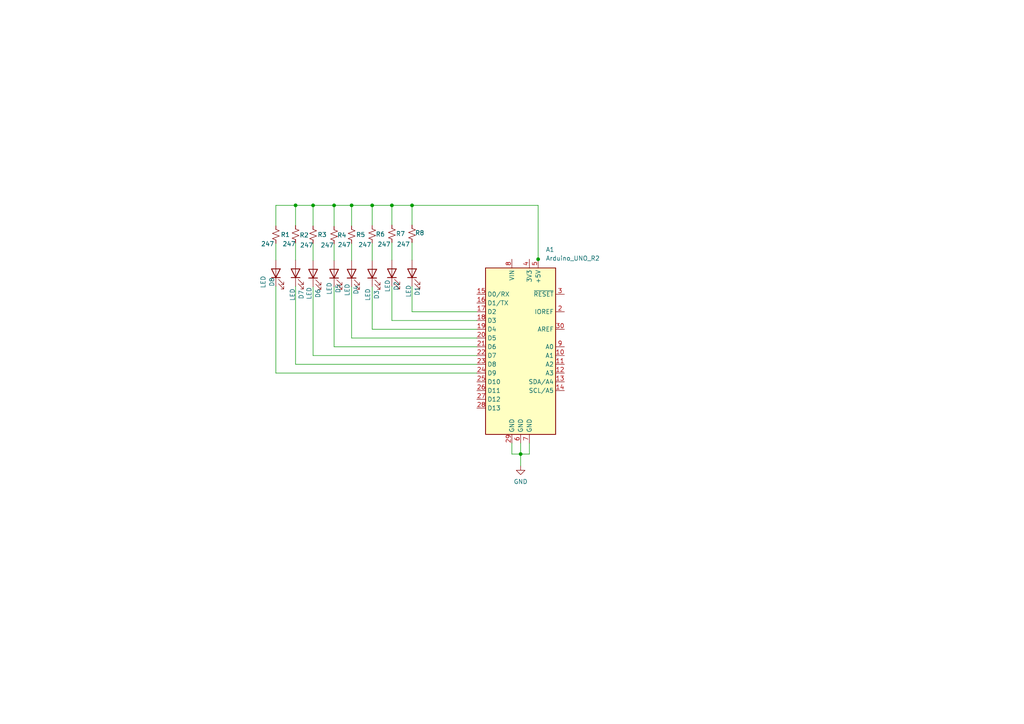
<source format=kicad_sch>
(kicad_sch (version 20230121) (generator eeschema)

  (uuid f5083416-73bc-4fad-bb2a-583d9f5437d9)

  (paper "A4")

  (title_block
    (title "ARDUINO UNO SHIELD")
    (date "2024-01-20")
    (rev "1")
    (company "Vietnam National University")
    (comment 1 "HO CHI MINH City University of Technology")
  )

  (lib_symbols
    (symbol "Device:LED" (pin_numbers hide) (pin_names (offset 1.016) hide) (in_bom yes) (on_board yes)
      (property "Reference" "D" (at 0 2.54 0)
        (effects (font (size 1.27 1.27)))
      )
      (property "Value" "LED" (at 0 -2.54 0)
        (effects (font (size 1.27 1.27)))
      )
      (property "Footprint" "" (at 0 0 0)
        (effects (font (size 1.27 1.27)) hide)
      )
      (property "Datasheet" "~" (at 0 0 0)
        (effects (font (size 1.27 1.27)) hide)
      )
      (property "ki_keywords" "LED diode" (at 0 0 0)
        (effects (font (size 1.27 1.27)) hide)
      )
      (property "ki_description" "Light emitting diode" (at 0 0 0)
        (effects (font (size 1.27 1.27)) hide)
      )
      (property "ki_fp_filters" "LED* LED_SMD:* LED_THT:*" (at 0 0 0)
        (effects (font (size 1.27 1.27)) hide)
      )
      (symbol "LED_0_1"
        (polyline
          (pts
            (xy -1.27 -1.27)
            (xy -1.27 1.27)
          )
          (stroke (width 0.254) (type default))
          (fill (type none))
        )
        (polyline
          (pts
            (xy -1.27 0)
            (xy 1.27 0)
          )
          (stroke (width 0) (type default))
          (fill (type none))
        )
        (polyline
          (pts
            (xy 1.27 -1.27)
            (xy 1.27 1.27)
            (xy -1.27 0)
            (xy 1.27 -1.27)
          )
          (stroke (width 0.254) (type default))
          (fill (type none))
        )
        (polyline
          (pts
            (xy -3.048 -0.762)
            (xy -4.572 -2.286)
            (xy -3.81 -2.286)
            (xy -4.572 -2.286)
            (xy -4.572 -1.524)
          )
          (stroke (width 0) (type default))
          (fill (type none))
        )
        (polyline
          (pts
            (xy -1.778 -0.762)
            (xy -3.302 -2.286)
            (xy -2.54 -2.286)
            (xy -3.302 -2.286)
            (xy -3.302 -1.524)
          )
          (stroke (width 0) (type default))
          (fill (type none))
        )
      )
      (symbol "LED_1_1"
        (pin passive line (at -3.81 0 0) (length 2.54)
          (name "K" (effects (font (size 1.27 1.27))))
          (number "1" (effects (font (size 1.27 1.27))))
        )
        (pin passive line (at 3.81 0 180) (length 2.54)
          (name "A" (effects (font (size 1.27 1.27))))
          (number "2" (effects (font (size 1.27 1.27))))
        )
      )
    )
    (symbol "Device:R_Small_US" (pin_numbers hide) (pin_names (offset 0.254) hide) (in_bom yes) (on_board yes)
      (property "Reference" "R" (at 0.762 0.508 0)
        (effects (font (size 1.27 1.27)) (justify left))
      )
      (property "Value" "R_Small_US" (at 0.762 -1.016 0)
        (effects (font (size 1.27 1.27)) (justify left))
      )
      (property "Footprint" "" (at 0 0 0)
        (effects (font (size 1.27 1.27)) hide)
      )
      (property "Datasheet" "~" (at 0 0 0)
        (effects (font (size 1.27 1.27)) hide)
      )
      (property "ki_keywords" "r resistor" (at 0 0 0)
        (effects (font (size 1.27 1.27)) hide)
      )
      (property "ki_description" "Resistor, small US symbol" (at 0 0 0)
        (effects (font (size 1.27 1.27)) hide)
      )
      (property "ki_fp_filters" "R_*" (at 0 0 0)
        (effects (font (size 1.27 1.27)) hide)
      )
      (symbol "R_Small_US_1_1"
        (polyline
          (pts
            (xy 0 0)
            (xy 1.016 -0.381)
            (xy 0 -0.762)
            (xy -1.016 -1.143)
            (xy 0 -1.524)
          )
          (stroke (width 0) (type default))
          (fill (type none))
        )
        (polyline
          (pts
            (xy 0 1.524)
            (xy 1.016 1.143)
            (xy 0 0.762)
            (xy -1.016 0.381)
            (xy 0 0)
          )
          (stroke (width 0) (type default))
          (fill (type none))
        )
        (pin passive line (at 0 2.54 270) (length 1.016)
          (name "~" (effects (font (size 1.27 1.27))))
          (number "1" (effects (font (size 1.27 1.27))))
        )
        (pin passive line (at 0 -2.54 90) (length 1.016)
          (name "~" (effects (font (size 1.27 1.27))))
          (number "2" (effects (font (size 1.27 1.27))))
        )
      )
    )
    (symbol "MCU_Module:Arduino_UNO_R2" (in_bom yes) (on_board yes)
      (property "Reference" "A" (at -10.16 23.495 0)
        (effects (font (size 1.27 1.27)) (justify left bottom))
      )
      (property "Value" "Arduino_UNO_R2" (at 5.08 -26.67 0)
        (effects (font (size 1.27 1.27)) (justify left top))
      )
      (property "Footprint" "Module:Arduino_UNO_R2" (at 0 0 0)
        (effects (font (size 1.27 1.27) italic) hide)
      )
      (property "Datasheet" "https://www.arduino.cc/en/Main/arduinoBoardUno" (at 0 0 0)
        (effects (font (size 1.27 1.27)) hide)
      )
      (property "ki_keywords" "Arduino UNO R3 Microcontroller Module Atmel AVR USB" (at 0 0 0)
        (effects (font (size 1.27 1.27)) hide)
      )
      (property "ki_description" "Arduino UNO Microcontroller Module, release 2" (at 0 0 0)
        (effects (font (size 1.27 1.27)) hide)
      )
      (property "ki_fp_filters" "Arduino*UNO*R2*" (at 0 0 0)
        (effects (font (size 1.27 1.27)) hide)
      )
      (symbol "Arduino_UNO_R2_0_1"
        (rectangle (start -10.16 22.86) (end 10.16 -25.4)
          (stroke (width 0.254) (type default))
          (fill (type background))
        )
      )
      (symbol "Arduino_UNO_R2_1_1"
        (pin no_connect line (at -10.16 -20.32 0) (length 2.54) hide
          (name "NC" (effects (font (size 1.27 1.27))))
          (number "1" (effects (font (size 1.27 1.27))))
        )
        (pin bidirectional line (at 12.7 -2.54 180) (length 2.54)
          (name "A1" (effects (font (size 1.27 1.27))))
          (number "10" (effects (font (size 1.27 1.27))))
        )
        (pin bidirectional line (at 12.7 -5.08 180) (length 2.54)
          (name "A2" (effects (font (size 1.27 1.27))))
          (number "11" (effects (font (size 1.27 1.27))))
        )
        (pin bidirectional line (at 12.7 -7.62 180) (length 2.54)
          (name "A3" (effects (font (size 1.27 1.27))))
          (number "12" (effects (font (size 1.27 1.27))))
        )
        (pin bidirectional line (at 12.7 -10.16 180) (length 2.54)
          (name "SDA/A4" (effects (font (size 1.27 1.27))))
          (number "13" (effects (font (size 1.27 1.27))))
        )
        (pin bidirectional line (at 12.7 -12.7 180) (length 2.54)
          (name "SCL/A5" (effects (font (size 1.27 1.27))))
          (number "14" (effects (font (size 1.27 1.27))))
        )
        (pin bidirectional line (at -12.7 15.24 0) (length 2.54)
          (name "D0/RX" (effects (font (size 1.27 1.27))))
          (number "15" (effects (font (size 1.27 1.27))))
        )
        (pin bidirectional line (at -12.7 12.7 0) (length 2.54)
          (name "D1/TX" (effects (font (size 1.27 1.27))))
          (number "16" (effects (font (size 1.27 1.27))))
        )
        (pin bidirectional line (at -12.7 10.16 0) (length 2.54)
          (name "D2" (effects (font (size 1.27 1.27))))
          (number "17" (effects (font (size 1.27 1.27))))
        )
        (pin bidirectional line (at -12.7 7.62 0) (length 2.54)
          (name "D3" (effects (font (size 1.27 1.27))))
          (number "18" (effects (font (size 1.27 1.27))))
        )
        (pin bidirectional line (at -12.7 5.08 0) (length 2.54)
          (name "D4" (effects (font (size 1.27 1.27))))
          (number "19" (effects (font (size 1.27 1.27))))
        )
        (pin output line (at 12.7 10.16 180) (length 2.54)
          (name "IOREF" (effects (font (size 1.27 1.27))))
          (number "2" (effects (font (size 1.27 1.27))))
        )
        (pin bidirectional line (at -12.7 2.54 0) (length 2.54)
          (name "D5" (effects (font (size 1.27 1.27))))
          (number "20" (effects (font (size 1.27 1.27))))
        )
        (pin bidirectional line (at -12.7 0 0) (length 2.54)
          (name "D6" (effects (font (size 1.27 1.27))))
          (number "21" (effects (font (size 1.27 1.27))))
        )
        (pin bidirectional line (at -12.7 -2.54 0) (length 2.54)
          (name "D7" (effects (font (size 1.27 1.27))))
          (number "22" (effects (font (size 1.27 1.27))))
        )
        (pin bidirectional line (at -12.7 -5.08 0) (length 2.54)
          (name "D8" (effects (font (size 1.27 1.27))))
          (number "23" (effects (font (size 1.27 1.27))))
        )
        (pin bidirectional line (at -12.7 -7.62 0) (length 2.54)
          (name "D9" (effects (font (size 1.27 1.27))))
          (number "24" (effects (font (size 1.27 1.27))))
        )
        (pin bidirectional line (at -12.7 -10.16 0) (length 2.54)
          (name "D10" (effects (font (size 1.27 1.27))))
          (number "25" (effects (font (size 1.27 1.27))))
        )
        (pin bidirectional line (at -12.7 -12.7 0) (length 2.54)
          (name "D11" (effects (font (size 1.27 1.27))))
          (number "26" (effects (font (size 1.27 1.27))))
        )
        (pin bidirectional line (at -12.7 -15.24 0) (length 2.54)
          (name "D12" (effects (font (size 1.27 1.27))))
          (number "27" (effects (font (size 1.27 1.27))))
        )
        (pin bidirectional line (at -12.7 -17.78 0) (length 2.54)
          (name "D13" (effects (font (size 1.27 1.27))))
          (number "28" (effects (font (size 1.27 1.27))))
        )
        (pin power_in line (at -2.54 -27.94 90) (length 2.54)
          (name "GND" (effects (font (size 1.27 1.27))))
          (number "29" (effects (font (size 1.27 1.27))))
        )
        (pin input line (at 12.7 15.24 180) (length 2.54)
          (name "~{RESET}" (effects (font (size 1.27 1.27))))
          (number "3" (effects (font (size 1.27 1.27))))
        )
        (pin input line (at 12.7 5.08 180) (length 2.54)
          (name "AREF" (effects (font (size 1.27 1.27))))
          (number "30" (effects (font (size 1.27 1.27))))
        )
        (pin power_out line (at 2.54 25.4 270) (length 2.54)
          (name "3V3" (effects (font (size 1.27 1.27))))
          (number "4" (effects (font (size 1.27 1.27))))
        )
        (pin power_out line (at 5.08 25.4 270) (length 2.54)
          (name "+5V" (effects (font (size 1.27 1.27))))
          (number "5" (effects (font (size 1.27 1.27))))
        )
        (pin power_in line (at 0 -27.94 90) (length 2.54)
          (name "GND" (effects (font (size 1.27 1.27))))
          (number "6" (effects (font (size 1.27 1.27))))
        )
        (pin power_in line (at 2.54 -27.94 90) (length 2.54)
          (name "GND" (effects (font (size 1.27 1.27))))
          (number "7" (effects (font (size 1.27 1.27))))
        )
        (pin power_in line (at -2.54 25.4 270) (length 2.54)
          (name "VIN" (effects (font (size 1.27 1.27))))
          (number "8" (effects (font (size 1.27 1.27))))
        )
        (pin bidirectional line (at 12.7 0 180) (length 2.54)
          (name "A0" (effects (font (size 1.27 1.27))))
          (number "9" (effects (font (size 1.27 1.27))))
        )
      )
    )
    (symbol "power:GND" (power) (pin_names (offset 0)) (in_bom yes) (on_board yes)
      (property "Reference" "#PWR" (at 0 -6.35 0)
        (effects (font (size 1.27 1.27)) hide)
      )
      (property "Value" "GND" (at 0 -3.81 0)
        (effects (font (size 1.27 1.27)))
      )
      (property "Footprint" "" (at 0 0 0)
        (effects (font (size 1.27 1.27)) hide)
      )
      (property "Datasheet" "" (at 0 0 0)
        (effects (font (size 1.27 1.27)) hide)
      )
      (property "ki_keywords" "global power" (at 0 0 0)
        (effects (font (size 1.27 1.27)) hide)
      )
      (property "ki_description" "Power symbol creates a global label with name \"GND\" , ground" (at 0 0 0)
        (effects (font (size 1.27 1.27)) hide)
      )
      (symbol "GND_0_1"
        (polyline
          (pts
            (xy 0 0)
            (xy 0 -1.27)
            (xy 1.27 -1.27)
            (xy 0 -2.54)
            (xy -1.27 -1.27)
            (xy 0 -1.27)
          )
          (stroke (width 0) (type default))
          (fill (type none))
        )
      )
      (symbol "GND_1_1"
        (pin power_in line (at 0 0 270) (length 0) hide
          (name "GND" (effects (font (size 1.27 1.27))))
          (number "1" (effects (font (size 1.27 1.27))))
        )
      )
    )
  )

  (junction (at 119.507 59.563) (diameter 0) (color 0 0 0 0)
    (uuid 158212cc-2114-4613-bf8e-9a158d8db45b)
  )
  (junction (at 101.981 59.563) (diameter 0) (color 0 0 0 0)
    (uuid 195813af-c725-4cc5-b6f9-cdd395726709)
  )
  (junction (at 113.665 59.563) (diameter 0) (color 0 0 0 0)
    (uuid 30105cce-6164-43e5-a6e6-9169d4b26061)
  )
  (junction (at 156.083 75.184) (diameter 0) (color 0 0 0 0)
    (uuid 318e3445-a217-417a-b475-ac187d015101)
  )
  (junction (at 85.725 59.563) (diameter 0) (color 0 0 0 0)
    (uuid 4c83423c-913e-4518-9038-5c9803148e20)
  )
  (junction (at 151.003 131.699) (diameter 0) (color 0 0 0 0)
    (uuid 5ba51f54-c705-4ef9-878d-c3534038449e)
  )
  (junction (at 90.805 59.563) (diameter 0) (color 0 0 0 0)
    (uuid 7501f50b-2c88-47db-90cb-a52b80d57776)
  )
  (junction (at 107.95 59.563) (diameter 0) (color 0 0 0 0)
    (uuid b7c5f4cc-c00b-475d-8409-201178e4e5d6)
  )
  (junction (at 96.901 59.563) (diameter 0) (color 0 0 0 0)
    (uuid b917be00-2282-4f2b-8df3-abe4c87aa102)
  )

  (wire (pts (xy 151.003 128.524) (xy 151.003 131.699))
    (stroke (width 0) (type default))
    (uuid 00ba492a-463c-4acd-b52c-4691241cb291)
  )
  (wire (pts (xy 101.981 83.185) (xy 101.981 98.044))
    (stroke (width 0) (type default))
    (uuid 013e6391-632c-42f7-ad54-a2d2c5b86c49)
  )
  (wire (pts (xy 113.665 59.563) (xy 119.507 59.563))
    (stroke (width 0) (type default))
    (uuid 1136877a-22ba-45a9-b164-0f249fbbb4a4)
  )
  (wire (pts (xy 138.303 103.124) (xy 90.805 103.124))
    (stroke (width 0) (type default))
    (uuid 1ab07f65-24f2-44d3-826a-a11285291d6d)
  )
  (wire (pts (xy 101.981 59.563) (xy 107.95 59.563))
    (stroke (width 0) (type default))
    (uuid 1f910968-66be-4a3d-b8ab-140f200cdae5)
  )
  (wire (pts (xy 119.507 59.563) (xy 156.083 59.563))
    (stroke (width 0) (type default))
    (uuid 245584cb-22f3-4fe6-bddb-730408e4c064)
  )
  (wire (pts (xy 113.665 92.964) (xy 113.665 83.058))
    (stroke (width 0) (type default))
    (uuid 28ec6ed4-15be-42f0-b199-368c1e6f67c2)
  )
  (wire (pts (xy 138.303 92.964) (xy 113.665 92.964))
    (stroke (width 0) (type default))
    (uuid 3c130bfe-dcdc-4c77-b048-d64721b7ed88)
  )
  (wire (pts (xy 90.805 83.185) (xy 90.805 103.124))
    (stroke (width 0) (type default))
    (uuid 455ba1c7-7be3-43e3-9059-cbff4e65c1fb)
  )
  (wire (pts (xy 96.901 83.185) (xy 96.901 100.584))
    (stroke (width 0) (type default))
    (uuid 47f7f16a-b43a-45c8-86d9-9eaf316c780a)
  )
  (wire (pts (xy 90.805 70.612) (xy 90.805 75.565))
    (stroke (width 0) (type default))
    (uuid 4fd51342-e351-4821-8642-94dbc34824e2)
  )
  (wire (pts (xy 80.01 59.563) (xy 80.01 65.532))
    (stroke (width 0) (type default))
    (uuid 5293d887-44c1-4f15-825f-57cc2ae59a37)
  )
  (wire (pts (xy 119.507 70.358) (xy 119.507 75.438))
    (stroke (width 0) (type default))
    (uuid 5df21a7c-3bcd-4d51-85ae-c338a430cb46)
  )
  (wire (pts (xy 153.543 131.699) (xy 151.003 131.699))
    (stroke (width 0) (type default))
    (uuid 5f8b13c3-cf05-4c27-bbd3-87e7d7fbb364)
  )
  (wire (pts (xy 119.507 83.058) (xy 119.507 90.424))
    (stroke (width 0) (type default))
    (uuid 660728d1-e52b-458c-8d72-1889de8f551e)
  )
  (wire (pts (xy 85.725 70.485) (xy 85.725 75.438))
    (stroke (width 0) (type default))
    (uuid 7525d3bd-2339-4c3f-86cd-e13b56e12ce6)
  )
  (wire (pts (xy 153.543 128.524) (xy 153.543 131.699))
    (stroke (width 0) (type default))
    (uuid 7a68fb34-25f2-4b1b-b7c1-514ddaecc3b1)
  )
  (wire (pts (xy 80.01 70.612) (xy 80.01 75.438))
    (stroke (width 0) (type default))
    (uuid 7afa6fd6-4b6e-46b5-9ba3-63b41d337359)
  )
  (wire (pts (xy 119.507 59.563) (xy 119.507 65.278))
    (stroke (width 0) (type default))
    (uuid 7c1c7cd9-4d6b-425e-9e90-cafc286c60d6)
  )
  (wire (pts (xy 80.01 108.204) (xy 80.01 83.058))
    (stroke (width 0) (type default))
    (uuid 7fb34aa2-35bb-4798-ac54-2554fc96e037)
  )
  (wire (pts (xy 107.95 59.563) (xy 113.665 59.563))
    (stroke (width 0) (type default))
    (uuid 83fda238-c840-406f-b80a-26e80e6f64da)
  )
  (wire (pts (xy 101.981 70.612) (xy 101.981 75.565))
    (stroke (width 0) (type default))
    (uuid 8e44f571-31a7-4a94-a025-4bee7fe30eb2)
  )
  (wire (pts (xy 119.507 90.424) (xy 138.303 90.424))
    (stroke (width 0) (type default))
    (uuid 8fd305e8-0f52-41f1-84d0-a85373e43373)
  )
  (wire (pts (xy 107.95 83.185) (xy 107.95 95.504))
    (stroke (width 0) (type default))
    (uuid 9052667b-5579-42cc-92e7-2ad0217259ec)
  )
  (wire (pts (xy 85.725 83.058) (xy 85.725 105.664))
    (stroke (width 0) (type default))
    (uuid 99f4f1bf-339e-4d19-b068-57097430391e)
  )
  (wire (pts (xy 138.303 108.204) (xy 80.01 108.204))
    (stroke (width 0) (type default))
    (uuid 9e2bc823-e6a8-4948-ae83-5c02f06136f2)
  )
  (wire (pts (xy 101.981 65.532) (xy 101.981 59.563))
    (stroke (width 0) (type default))
    (uuid a30fdbb6-bb0e-43d3-8fbf-c4ad20d9bab0)
  )
  (wire (pts (xy 96.901 65.659) (xy 96.901 59.563))
    (stroke (width 0) (type default))
    (uuid a79f4cfc-93f4-422f-8312-ab99f93358d0)
  )
  (wire (pts (xy 90.805 59.563) (xy 90.805 65.532))
    (stroke (width 0) (type default))
    (uuid aab2fd3e-77fd-4f31-81cd-b71de2f0013c)
  )
  (wire (pts (xy 90.805 59.563) (xy 85.725 59.563))
    (stroke (width 0) (type default))
    (uuid aad80e00-871d-444e-8401-4ea2ef26ab07)
  )
  (wire (pts (xy 90.805 59.563) (xy 96.901 59.563))
    (stroke (width 0) (type default))
    (uuid ac2b02ad-e96f-48d0-9bcd-cc38cb415899)
  )
  (wire (pts (xy 156.083 75.184) (xy 156.083 59.563))
    (stroke (width 0) (type default))
    (uuid ad53bb54-b960-469d-a129-c079c5970dd6)
  )
  (wire (pts (xy 107.95 70.485) (xy 107.95 75.565))
    (stroke (width 0) (type default))
    (uuid b0ed25a4-0a83-4371-89fc-7ecba062eb1f)
  )
  (wire (pts (xy 156.083 75.311) (xy 156.083 75.184))
    (stroke (width 0) (type default))
    (uuid b14c6022-8dd1-40f1-94c4-f36a5ddb6ed0)
  )
  (wire (pts (xy 96.901 70.739) (xy 96.901 75.565))
    (stroke (width 0) (type default))
    (uuid b436f9c8-6b93-40b6-8202-fdc95dd119b0)
  )
  (wire (pts (xy 148.463 128.524) (xy 148.463 131.699))
    (stroke (width 0) (type default))
    (uuid b718af47-e341-4528-b574-73d48fb2cc6e)
  )
  (wire (pts (xy 113.665 65.278) (xy 113.665 59.563))
    (stroke (width 0) (type default))
    (uuid b91da1e1-44cd-4edf-8c0a-2c32b1882374)
  )
  (wire (pts (xy 101.981 98.044) (xy 138.303 98.044))
    (stroke (width 0) (type default))
    (uuid bb5799b3-bb25-4745-af61-c75e99efe379)
  )
  (wire (pts (xy 85.725 105.664) (xy 138.303 105.664))
    (stroke (width 0) (type default))
    (uuid bfe442b4-9304-4b8c-9c7b-3b9868e1a4fe)
  )
  (wire (pts (xy 113.665 70.358) (xy 113.665 75.438))
    (stroke (width 0) (type default))
    (uuid c27f837d-fc2b-4c2b-ad3e-368b3e90c00d)
  )
  (wire (pts (xy 85.725 59.563) (xy 85.725 65.405))
    (stroke (width 0) (type default))
    (uuid c70b6613-1afc-4e49-86fd-b5f9d03e7457)
  )
  (wire (pts (xy 151.003 131.699) (xy 151.003 135.128))
    (stroke (width 0) (type default))
    (uuid d3e67641-e1d1-4237-b679-5ba826a6e8da)
  )
  (wire (pts (xy 85.725 59.563) (xy 80.01 59.563))
    (stroke (width 0) (type default))
    (uuid dda0b65f-e304-4b2d-af00-39cedc86fbf1)
  )
  (wire (pts (xy 107.95 95.504) (xy 138.303 95.504))
    (stroke (width 0) (type default))
    (uuid e7f7842f-422c-4ef3-b628-b7cc0078065a)
  )
  (wire (pts (xy 96.901 59.563) (xy 101.981 59.563))
    (stroke (width 0) (type default))
    (uuid e86c42d6-f7a9-4a11-860e-60bf31a2003e)
  )
  (wire (pts (xy 148.463 131.699) (xy 151.003 131.699))
    (stroke (width 0) (type default))
    (uuid ea4d1f89-316d-473e-a076-1249ae671806)
  )
  (wire (pts (xy 107.95 65.405) (xy 107.95 59.563))
    (stroke (width 0) (type default))
    (uuid ea6508c0-60ed-4b1f-bc50-07efd1eeaab0)
  )
  (wire (pts (xy 138.303 100.584) (xy 96.901 100.584))
    (stroke (width 0) (type default))
    (uuid f1a17a0e-8353-46a5-a84e-76530c41b2be)
  )

  (symbol (lib_id "Device:LED") (at 80.01 79.248 90) (unit 1)
    (in_bom yes) (on_board yes) (dnp no)
    (uuid 0f59f55c-d7ca-40a5-93ba-5a415efe4c8f)
    (property "Reference" "D8" (at 78.867 81.788 0)
      (effects (font (size 1.27 1.27)))
    )
    (property "Value" "LED" (at 76.327 81.788 0)
      (effects (font (size 1.27 1.27)))
    )
    (property "Footprint" "LED_SMD:LED_0805_2012Metric" (at 80.01 79.248 0)
      (effects (font (size 1.27 1.27)) hide)
    )
    (property "Datasheet" "~" (at 80.01 79.248 0)
      (effects (font (size 1.27 1.27)) hide)
    )
    (pin "1" (uuid b8d39d8f-5e8b-42fc-a951-5f4ad28c408e))
    (pin "2" (uuid 534f30b7-3a7d-4c6b-a7aa-b1110d026265))
    (instances
      (project "Arduino Uno shield"
        (path "/f5083416-73bc-4fad-bb2a-583d9f5437d9"
          (reference "D8") (unit 1)
        )
      )
    )
  )

  (symbol (lib_id "Device:R_Small_US") (at 96.901 68.199 0) (unit 1)
    (in_bom yes) (on_board yes) (dnp no)
    (uuid 2996eb93-3c74-42de-b14c-f4eb73532a7a)
    (property "Reference" "R4" (at 97.79 68.199 0)
      (effects (font (size 1.27 1.27)) (justify left))
    )
    (property "Value" "247" (at 92.964 71.12 0)
      (effects (font (size 1.27 1.27)) (justify left))
    )
    (property "Footprint" "Resistor_SMD:R_0603_1608Metric" (at 96.901 68.199 0)
      (effects (font (size 1.27 1.27)) hide)
    )
    (property "Datasheet" "~" (at 96.901 68.199 0)
      (effects (font (size 1.27 1.27)) hide)
    )
    (pin "1" (uuid cabfdea1-ca8d-46e0-999b-4520858aec25))
    (pin "2" (uuid 945b919b-9b55-4b6c-b411-835aa49a9a81))
    (instances
      (project "Arduino Uno shield"
        (path "/f5083416-73bc-4fad-bb2a-583d9f5437d9"
          (reference "R4") (unit 1)
        )
      )
    )
  )

  (symbol (lib_id "Device:R_Small_US") (at 101.981 68.072 0) (unit 1)
    (in_bom yes) (on_board yes) (dnp no)
    (uuid 404f9d95-968e-4b24-b06e-9f00eb8a6d5f)
    (property "Reference" "R5" (at 103.251 68.072 0)
      (effects (font (size 1.27 1.27)) (justify left))
    )
    (property "Value" "247" (at 97.917 70.993 0)
      (effects (font (size 1.27 1.27)) (justify left))
    )
    (property "Footprint" "Resistor_SMD:R_0603_1608Metric" (at 101.981 68.072 0)
      (effects (font (size 1.27 1.27)) hide)
    )
    (property "Datasheet" "~" (at 101.981 68.072 0)
      (effects (font (size 1.27 1.27)) hide)
    )
    (pin "1" (uuid e1c59ba8-3eae-44c8-9435-23632caf3389))
    (pin "2" (uuid ad72fef4-8115-4eae-86a8-407767736ef4))
    (instances
      (project "Arduino Uno shield"
        (path "/f5083416-73bc-4fad-bb2a-583d9f5437d9"
          (reference "R5") (unit 1)
        )
      )
    )
  )

  (symbol (lib_id "Device:R_Small_US") (at 119.507 67.818 0) (unit 1)
    (in_bom yes) (on_board yes) (dnp no)
    (uuid 45603e67-bfad-4bba-a83b-b338de373b9f)
    (property "Reference" "R8" (at 120.396 67.564 0)
      (effects (font (size 1.27 1.27)) (justify left))
    )
    (property "Value" "247" (at 115.062 70.866 0)
      (effects (font (size 1.27 1.27)) (justify left))
    )
    (property "Footprint" "Resistor_SMD:R_0603_1608Metric" (at 119.507 67.818 0)
      (effects (font (size 1.27 1.27)) hide)
    )
    (property "Datasheet" "~" (at 119.507 67.818 0)
      (effects (font (size 1.27 1.27)) hide)
    )
    (pin "1" (uuid 12346496-f19c-4a09-9149-7c5d072869f5))
    (pin "2" (uuid c451076d-42ba-44a2-955d-101c1309fe9e))
    (instances
      (project "Arduino Uno shield"
        (path "/f5083416-73bc-4fad-bb2a-583d9f5437d9"
          (reference "R8") (unit 1)
        )
      )
    )
  )

  (symbol (lib_id "power:GND") (at 151.003 135.128 0) (unit 1)
    (in_bom yes) (on_board yes) (dnp no) (fields_autoplaced)
    (uuid 45a90f4e-4694-47ca-84fa-cc1d55dd4f87)
    (property "Reference" "#PWR01" (at 151.003 141.478 0)
      (effects (font (size 1.27 1.27)) hide)
    )
    (property "Value" "GND" (at 151.003 139.7 0)
      (effects (font (size 1.27 1.27)))
    )
    (property "Footprint" "" (at 151.003 135.128 0)
      (effects (font (size 1.27 1.27)) hide)
    )
    (property "Datasheet" "" (at 151.003 135.128 0)
      (effects (font (size 1.27 1.27)) hide)
    )
    (pin "1" (uuid 2f3df8dd-0263-4af2-a37f-d80d4db231f4))
    (instances
      (project "Arduino Uno shield"
        (path "/f5083416-73bc-4fad-bb2a-583d9f5437d9"
          (reference "#PWR01") (unit 1)
        )
      )
    )
  )

  (symbol (lib_id "Device:R_Small_US") (at 85.725 67.945 0) (unit 1)
    (in_bom yes) (on_board yes) (dnp no)
    (uuid 46165cea-e1d6-4ad6-bffc-4a8aab5264b1)
    (property "Reference" "R2" (at 86.868 68.199 0)
      (effects (font (size 1.27 1.27)) (justify left))
    )
    (property "Value" "247" (at 81.915 70.739 0)
      (effects (font (size 1.27 1.27)) (justify left))
    )
    (property "Footprint" "Resistor_SMD:R_0603_1608Metric" (at 85.725 67.945 0)
      (effects (font (size 1.27 1.27)) hide)
    )
    (property "Datasheet" "~" (at 85.725 67.945 0)
      (effects (font (size 1.27 1.27)) hide)
    )
    (pin "1" (uuid a3f2a25d-4b27-4e7d-a3af-74b2dad27e68))
    (pin "2" (uuid d6248e73-7338-4ad0-bc90-204e85be8c99))
    (instances
      (project "Arduino Uno shield"
        (path "/f5083416-73bc-4fad-bb2a-583d9f5437d9"
          (reference "R2") (unit 1)
        )
      )
    )
  )

  (symbol (lib_id "Device:LED") (at 113.665 79.248 90) (unit 1)
    (in_bom yes) (on_board yes) (dnp no)
    (uuid 49a3dbc5-85a6-44e0-84cf-b9fce58246b1)
    (property "Reference" "D2" (at 114.935 82.931 0)
      (effects (font (size 1.27 1.27)))
    )
    (property "Value" "LED" (at 112.395 82.931 0)
      (effects (font (size 1.27 1.27)))
    )
    (property "Footprint" "LED_SMD:LED_0805_2012Metric" (at 113.665 79.248 0)
      (effects (font (size 1.27 1.27)) hide)
    )
    (property "Datasheet" "~" (at 113.665 79.248 0)
      (effects (font (size 1.27 1.27)) hide)
    )
    (pin "1" (uuid 50010c60-d2e0-4601-9163-1afb92c49ca3))
    (pin "2" (uuid 8dac62bd-efe7-4356-8187-43c39c1a1e39))
    (instances
      (project "Arduino Uno shield"
        (path "/f5083416-73bc-4fad-bb2a-583d9f5437d9"
          (reference "D2") (unit 1)
        )
      )
    )
  )

  (symbol (lib_id "Device:LED") (at 107.95 79.375 90) (unit 1)
    (in_bom yes) (on_board yes) (dnp no)
    (uuid 51db077c-7d85-428e-ac2e-5ec245038447)
    (property "Reference" "D3" (at 109.22 85.471 0)
      (effects (font (size 1.27 1.27)))
    )
    (property "Value" "LED" (at 106.68 85.471 0)
      (effects (font (size 1.27 1.27)))
    )
    (property "Footprint" "LED_SMD:LED_0805_2012Metric" (at 107.95 79.375 0)
      (effects (font (size 1.27 1.27)) hide)
    )
    (property "Datasheet" "~" (at 107.95 79.375 0)
      (effects (font (size 1.27 1.27)) hide)
    )
    (pin "1" (uuid 2a98ca89-7c2c-48d5-9e65-785583f9c208))
    (pin "2" (uuid 091f576b-217a-4648-aa79-0c16993b2436))
    (instances
      (project "Arduino Uno shield"
        (path "/f5083416-73bc-4fad-bb2a-583d9f5437d9"
          (reference "D3") (unit 1)
        )
      )
    )
  )

  (symbol (lib_id "MCU_Module:Arduino_UNO_R2") (at 151.003 100.584 0) (unit 1)
    (in_bom yes) (on_board yes) (dnp no) (fields_autoplaced)
    (uuid 52aeee34-d7ed-48b1-90c6-87bd9aaedb17)
    (property "Reference" "A1" (at 158.2771 72.39 0)
      (effects (font (size 1.27 1.27)) (justify left))
    )
    (property "Value" "Arduino_UNO_R2" (at 158.2771 74.93 0)
      (effects (font (size 1.27 1.27)) (justify left))
    )
    (property "Footprint" "Module:Arduino_UNO_R2" (at 151.003 100.584 0)
      (effects (font (size 1.27 1.27) italic) hide)
    )
    (property "Datasheet" "https://www.arduino.cc/en/Main/arduinoBoardUno" (at 151.003 100.584 0)
      (effects (font (size 1.27 1.27)) hide)
    )
    (pin "1" (uuid af387ff4-11b7-40dd-b322-e684f060861b))
    (pin "10" (uuid 5ea3f612-7e4e-4486-9dc2-4f321d03c92d))
    (pin "11" (uuid 9bc33fc6-1963-4560-9a52-7fc3c17b1b0d))
    (pin "12" (uuid f12589eb-607f-402c-b4d7-8f5bab0ed792))
    (pin "13" (uuid 8da0cc4f-103a-47e7-867d-371400b660cc))
    (pin "14" (uuid 5806bb64-b98e-409a-931a-c985a56fc7ac))
    (pin "15" (uuid b7693f88-0fc3-4dd3-80e4-e4c6ac9da597))
    (pin "16" (uuid 4ec7db32-59fa-4148-afa6-43d8cbcfeaa1))
    (pin "17" (uuid de69bfd8-a94c-4e41-bfa1-7df5d62389ef))
    (pin "18" (uuid 4026b70d-59c9-4b8f-8a4e-03343b9e5185))
    (pin "19" (uuid 5f5068ed-795d-4240-a5cb-d4a5d4dec705))
    (pin "2" (uuid 89f10347-bcee-498c-903f-d7f600d1381c))
    (pin "20" (uuid f4624259-dec6-4e06-a670-416a289ac068))
    (pin "21" (uuid 62c4081b-9c8e-460a-a5c2-cbc1adc58009))
    (pin "22" (uuid 84910ab7-3db1-4264-901c-589178c7488a))
    (pin "23" (uuid c220c1cc-108a-4fb7-b119-8c96225cdc30))
    (pin "24" (uuid 820a6746-418d-42ea-80d6-585d5d410d69))
    (pin "25" (uuid 2972fa5d-2203-4ad9-ae37-5a34d2188158))
    (pin "26" (uuid 89d363b7-1ece-45af-af61-1276ba971aa7))
    (pin "27" (uuid 8ad94cc2-4bc8-457f-b052-7d499d7b092f))
    (pin "28" (uuid e91f1946-a9a1-4f02-af13-7f5bc5e9c0f8))
    (pin "29" (uuid 60df53da-bc83-41ce-95e9-4a4720371891))
    (pin "3" (uuid d84e893d-effe-4bb7-8a04-0ec7380e79db))
    (pin "30" (uuid 148bc4bd-5b46-4abb-8468-7cb5c6ff52b2))
    (pin "4" (uuid f3e9d139-4922-4591-b268-f99bf63bcad3))
    (pin "5" (uuid 64d34065-c320-46ef-87c8-6edc907ae219))
    (pin "6" (uuid 90e05ed2-a65e-49cf-94ec-be470a35e742))
    (pin "7" (uuid 4939121f-5342-46b7-acd2-4cd6e69eefad))
    (pin "8" (uuid 3b16462e-ceb9-43c7-9178-bbfb8040ac63))
    (pin "9" (uuid de309296-d1c8-4772-9e4d-ae662e29e3a6))
    (instances
      (project "Arduino Uno shield"
        (path "/f5083416-73bc-4fad-bb2a-583d9f5437d9"
          (reference "A1") (unit 1)
        )
      )
    )
  )

  (symbol (lib_id "Device:R_Small_US") (at 90.805 68.072 0) (unit 1)
    (in_bom yes) (on_board yes) (dnp no)
    (uuid 544f2a7d-18d6-4fa5-bd8a-3a4c1f0e42e7)
    (property "Reference" "R3" (at 92.075 68.072 0)
      (effects (font (size 1.27 1.27)) (justify left))
    )
    (property "Value" "247" (at 86.995 71.12 0)
      (effects (font (size 1.27 1.27)) (justify left))
    )
    (property "Footprint" "Resistor_SMD:R_0603_1608Metric" (at 90.805 68.072 0)
      (effects (font (size 1.27 1.27)) hide)
    )
    (property "Datasheet" "~" (at 90.805 68.072 0)
      (effects (font (size 1.27 1.27)) hide)
    )
    (pin "1" (uuid 8e6f86c1-97c9-4fd4-9cf2-7f3171d46d75))
    (pin "2" (uuid 3bc21ec3-6c71-4789-be94-7b1873d5075f))
    (instances
      (project "Arduino Uno shield"
        (path "/f5083416-73bc-4fad-bb2a-583d9f5437d9"
          (reference "R3") (unit 1)
        )
      )
    )
  )

  (symbol (lib_id "Device:LED") (at 85.725 79.248 90) (unit 1)
    (in_bom yes) (on_board yes) (dnp no)
    (uuid 5ae3230a-aa75-4d93-873b-cb4e710c7c9e)
    (property "Reference" "D7" (at 87.376 85.471 0)
      (effects (font (size 1.27 1.27)))
    )
    (property "Value" "LED" (at 84.836 85.471 0)
      (effects (font (size 1.27 1.27)))
    )
    (property "Footprint" "LED_SMD:LED_0805_2012Metric" (at 85.725 79.248 0)
      (effects (font (size 1.27 1.27)) hide)
    )
    (property "Datasheet" "~" (at 85.725 79.248 0)
      (effects (font (size 1.27 1.27)) hide)
    )
    (pin "1" (uuid 513907e5-06ac-4d1b-a3d1-7e30f7816c50))
    (pin "2" (uuid c6b1a2f4-d569-47f4-9d30-5730b4ed2c07))
    (instances
      (project "Arduino Uno shield"
        (path "/f5083416-73bc-4fad-bb2a-583d9f5437d9"
          (reference "D7") (unit 1)
        )
      )
    )
  )

  (symbol (lib_id "Device:R_Small_US") (at 113.665 67.818 0) (unit 1)
    (in_bom yes) (on_board yes) (dnp no)
    (uuid 5aeeff94-039a-4c54-ad18-70b87477244c)
    (property "Reference" "R7" (at 114.808 67.818 0)
      (effects (font (size 1.27 1.27)) (justify left))
    )
    (property "Value" "247" (at 109.474 70.866 0)
      (effects (font (size 1.27 1.27)) (justify left))
    )
    (property "Footprint" "Resistor_SMD:R_0603_1608Metric" (at 113.665 67.818 0)
      (effects (font (size 1.27 1.27)) hide)
    )
    (property "Datasheet" "~" (at 113.665 67.818 0)
      (effects (font (size 1.27 1.27)) hide)
    )
    (pin "1" (uuid 57a76a50-c336-4554-b823-76650643dec4))
    (pin "2" (uuid 510596f9-1296-4753-b282-6d6dc643532d))
    (instances
      (project "Arduino Uno shield"
        (path "/f5083416-73bc-4fad-bb2a-583d9f5437d9"
          (reference "R7") (unit 1)
        )
      )
    )
  )

  (symbol (lib_id "Device:LED") (at 119.507 79.248 90) (unit 1)
    (in_bom yes) (on_board yes) (dnp no)
    (uuid 854adee6-8956-45fc-9703-395cdbe0806d)
    (property "Reference" "D1" (at 121.031 84.455 0)
      (effects (font (size 1.27 1.27)))
    )
    (property "Value" "LED" (at 118.491 84.455 0)
      (effects (font (size 1.27 1.27)))
    )
    (property "Footprint" "LED_SMD:LED_0805_2012Metric" (at 119.507 79.248 0)
      (effects (font (size 1.27 1.27)) hide)
    )
    (property "Datasheet" "~" (at 119.507 79.248 0)
      (effects (font (size 1.27 1.27)) hide)
    )
    (pin "1" (uuid 2bc2ff7c-c5f4-4fbc-8607-02e46f727dce))
    (pin "2" (uuid b73d7fb5-e450-42bb-8dcf-ebc509343b44))
    (instances
      (project "Arduino Uno shield"
        (path "/f5083416-73bc-4fad-bb2a-583d9f5437d9"
          (reference "D1") (unit 1)
        )
      )
    )
  )

  (symbol (lib_id "Device:R_Small_US") (at 80.01 68.072 0) (unit 1)
    (in_bom yes) (on_board yes) (dnp no)
    (uuid 8b4971b1-5ef0-4775-9383-0759f37f7a68)
    (property "Reference" "R1" (at 81.407 68.072 0)
      (effects (font (size 1.27 1.27)) (justify left))
    )
    (property "Value" "247" (at 75.692 70.739 0)
      (effects (font (size 1.27 1.27)) (justify left))
    )
    (property "Footprint" "Resistor_SMD:R_0603_1608Metric" (at 80.01 68.072 0)
      (effects (font (size 1.27 1.27)) hide)
    )
    (property "Datasheet" "~" (at 80.01 68.072 0)
      (effects (font (size 1.27 1.27)) hide)
    )
    (pin "1" (uuid 9211e9a9-887a-45c9-8ac8-fb064dfa4988))
    (pin "2" (uuid 71e2c645-a150-43ce-bc89-238811242b27))
    (instances
      (project "Arduino Uno shield"
        (path "/f5083416-73bc-4fad-bb2a-583d9f5437d9"
          (reference "R1") (unit 1)
        )
      )
    )
  )

  (symbol (lib_id "Device:R_Small_US") (at 107.95 67.945 0) (unit 1)
    (in_bom yes) (on_board yes) (dnp no)
    (uuid a99fc628-0542-4753-8a63-b907cd280a3c)
    (property "Reference" "R6" (at 108.966 67.945 0)
      (effects (font (size 1.27 1.27)) (justify left))
    )
    (property "Value" "247" (at 103.886 70.993 0)
      (effects (font (size 1.27 1.27)) (justify left))
    )
    (property "Footprint" "Resistor_SMD:R_0603_1608Metric" (at 107.95 67.945 0)
      (effects (font (size 1.27 1.27)) hide)
    )
    (property "Datasheet" "~" (at 107.95 67.945 0)
      (effects (font (size 1.27 1.27)) hide)
    )
    (pin "1" (uuid af83e492-edb7-41db-a14e-25c346cdd70c))
    (pin "2" (uuid c1a876dd-d7ba-434f-ac79-34db23b5741a))
    (instances
      (project "Arduino Uno shield"
        (path "/f5083416-73bc-4fad-bb2a-583d9f5437d9"
          (reference "R6") (unit 1)
        )
      )
    )
  )

  (symbol (lib_id "Device:LED") (at 90.805 79.375 90) (unit 1)
    (in_bom yes) (on_board yes) (dnp no)
    (uuid b22d6a1a-d875-46b7-aad4-e0ea26723c72)
    (property "Reference" "D6" (at 92.202 85.09 0)
      (effects (font (size 1.27 1.27)))
    )
    (property "Value" "LED" (at 89.662 85.09 0)
      (effects (font (size 1.27 1.27)))
    )
    (property "Footprint" "LED_SMD:LED_0805_2012Metric" (at 90.805 79.375 0)
      (effects (font (size 1.27 1.27)) hide)
    )
    (property "Datasheet" "~" (at 90.805 79.375 0)
      (effects (font (size 1.27 1.27)) hide)
    )
    (pin "1" (uuid 4f565ef6-e965-42f5-9bb0-bcc957f0f892))
    (pin "2" (uuid 8d5289bf-17a3-4979-aad0-d4a95cb188d7))
    (instances
      (project "Arduino Uno shield"
        (path "/f5083416-73bc-4fad-bb2a-583d9f5437d9"
          (reference "D6") (unit 1)
        )
      )
    )
  )

  (symbol (lib_id "Device:LED") (at 96.901 79.375 90) (unit 1)
    (in_bom yes) (on_board yes) (dnp no)
    (uuid bab16942-0d1f-4640-a302-5f550eebcd1b)
    (property "Reference" "D5" (at 98.044 83.693 0)
      (effects (font (size 1.27 1.27)))
    )
    (property "Value" "LED" (at 95.504 83.693 0)
      (effects (font (size 1.27 1.27)))
    )
    (property "Footprint" "LED_SMD:LED_0805_2012Metric" (at 96.901 79.375 0)
      (effects (font (size 1.27 1.27)) hide)
    )
    (property "Datasheet" "~" (at 96.901 79.375 0)
      (effects (font (size 1.27 1.27)) hide)
    )
    (pin "1" (uuid a3fc9670-523c-45ea-9343-37d322c662d3))
    (pin "2" (uuid fac0a70e-247d-400d-8863-4372920add40))
    (instances
      (project "Arduino Uno shield"
        (path "/f5083416-73bc-4fad-bb2a-583d9f5437d9"
          (reference "D5") (unit 1)
        )
      )
    )
  )

  (symbol (lib_id "Device:LED") (at 101.981 79.375 90) (unit 1)
    (in_bom yes) (on_board yes) (dnp no)
    (uuid c9de9755-2c6a-4524-9b44-64be076afe3c)
    (property "Reference" "D4" (at 103.251 84.074 0)
      (effects (font (size 1.27 1.27)))
    )
    (property "Value" "LED" (at 100.711 84.074 0)
      (effects (font (size 1.27 1.27)))
    )
    (property "Footprint" "LED_SMD:LED_0805_2012Metric" (at 101.981 79.375 0)
      (effects (font (size 1.27 1.27)) hide)
    )
    (property "Datasheet" "~" (at 101.981 79.375 0)
      (effects (font (size 1.27 1.27)) hide)
    )
    (pin "1" (uuid 986fff4b-371d-4b38-b4d5-d6711c749156))
    (pin "2" (uuid 5216dfae-25b3-46c2-b0fe-5c8a64d283db))
    (instances
      (project "Arduino Uno shield"
        (path "/f5083416-73bc-4fad-bb2a-583d9f5437d9"
          (reference "D4") (unit 1)
        )
      )
    )
  )

  (sheet_instances
    (path "/" (page "1"))
  )
)

</source>
